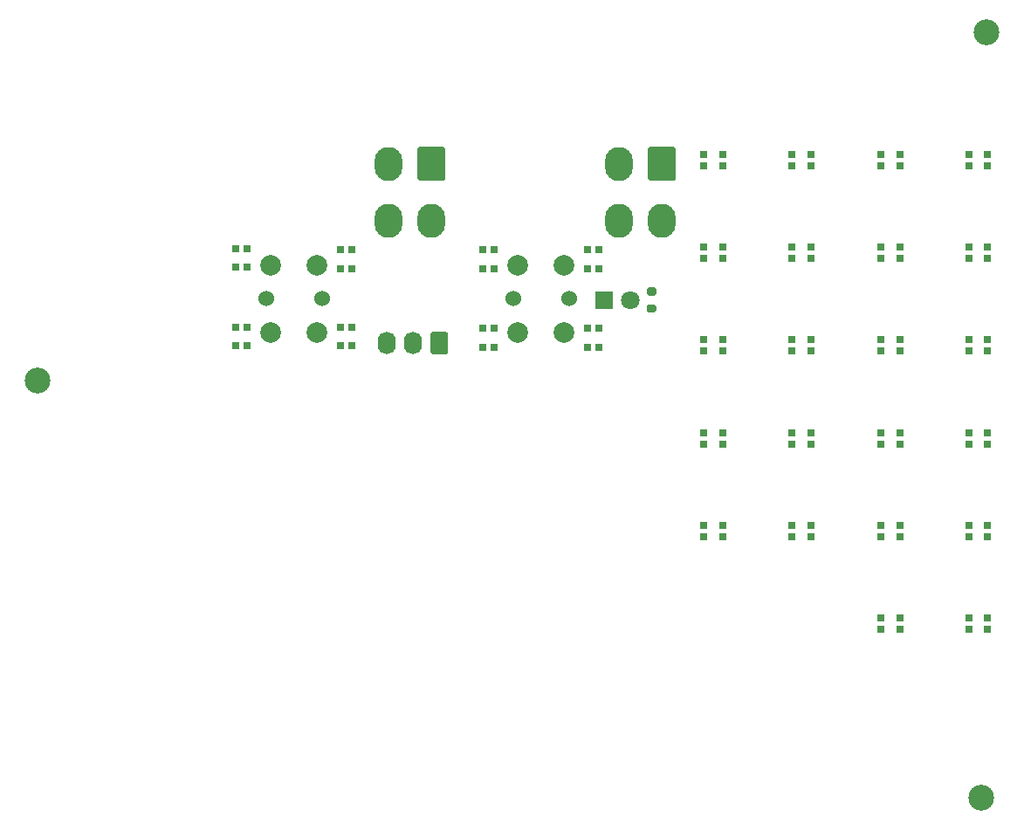
<source format=gbr>
%TF.GenerationSoftware,KiCad,Pcbnew,(5.1.9)-1*%
%TF.CreationDate,2021-09-11T23:24:30-06:00*%
%TF.ProjectId,ewi_v3_left,6577695f-7633-45f6-9c65-66742e6b6963,rev?*%
%TF.SameCoordinates,Original*%
%TF.FileFunction,Soldermask,Top*%
%TF.FilePolarity,Negative*%
%FSLAX46Y46*%
G04 Gerber Fmt 4.6, Leading zero omitted, Abs format (unit mm)*
G04 Created by KiCad (PCBNEW (5.1.9)-1) date 2021-09-11 23:24:30*
%MOMM*%
%LPD*%
G01*
G04 APERTURE LIST*
%ADD10R,0.700000X0.700000*%
%ADD11C,1.524000*%
%ADD12C,2.000000*%
%ADD13O,1.740000X2.190000*%
%ADD14O,2.700000X3.300000*%
%ADD15C,2.500000*%
%ADD16C,1.800000*%
%ADD17R,1.800000X1.800000*%
G04 APERTURE END LIST*
D10*
%TO.C,D31*%
X187274799Y-117718750D03*
X187274799Y-118818750D03*
X185444799Y-118818750D03*
X185444799Y-117718750D03*
%TD*%
%TO.C,D30*%
X195809199Y-117718750D03*
X195809199Y-118818750D03*
X193979199Y-118818750D03*
X193979199Y-117718750D03*
%TD*%
%TO.C,D29*%
X193979199Y-109827150D03*
X193979199Y-108727150D03*
X195809199Y-108727150D03*
X195809199Y-109827150D03*
%TD*%
%TO.C,D28*%
X185444799Y-109827150D03*
X185444799Y-108727150D03*
X187274799Y-108727150D03*
X187274799Y-109827150D03*
%TD*%
%TO.C,D27*%
X176834199Y-109827150D03*
X176834199Y-108727150D03*
X178664199Y-108727150D03*
X178664199Y-109827150D03*
%TD*%
%TO.C,D26*%
X168299799Y-109827150D03*
X168299799Y-108727150D03*
X170129799Y-108727150D03*
X170129799Y-109827150D03*
%TD*%
%TO.C,D25*%
X170129799Y-99735550D03*
X170129799Y-100835550D03*
X168299799Y-100835550D03*
X168299799Y-99735550D03*
%TD*%
%TO.C,D24*%
X178664199Y-99735550D03*
X178664199Y-100835550D03*
X176834199Y-100835550D03*
X176834199Y-99735550D03*
%TD*%
%TO.C,D23*%
X187274799Y-99735550D03*
X187274799Y-100835550D03*
X185444799Y-100835550D03*
X185444799Y-99735550D03*
%TD*%
%TO.C,D22*%
X195809199Y-99735550D03*
X195809199Y-100835550D03*
X193979199Y-100835550D03*
X193979199Y-99735550D03*
%TD*%
%TO.C,D21*%
X193979199Y-91843950D03*
X193979199Y-90743950D03*
X195809199Y-90743950D03*
X195809199Y-91843950D03*
%TD*%
%TO.C,D20*%
X185444799Y-91843950D03*
X185444799Y-90743950D03*
X187274799Y-90743950D03*
X187274799Y-91843950D03*
%TD*%
%TO.C,D19*%
X176834199Y-91843950D03*
X176834199Y-90743950D03*
X178664199Y-90743950D03*
X178664199Y-91843950D03*
%TD*%
%TO.C,D18*%
X168299799Y-91843950D03*
X168299799Y-90743950D03*
X170129799Y-90743950D03*
X170129799Y-91843950D03*
%TD*%
%TO.C,D17*%
X170129799Y-81752351D03*
X170129799Y-82852351D03*
X168299799Y-82852351D03*
X168299799Y-81752351D03*
%TD*%
%TO.C,D16*%
X178664199Y-81752351D03*
X178664199Y-82852351D03*
X176834199Y-82852351D03*
X176834199Y-81752351D03*
%TD*%
%TO.C,D15*%
X187274799Y-81752351D03*
X187274799Y-82852351D03*
X185444799Y-82852351D03*
X185444799Y-81752351D03*
%TD*%
%TO.C,D14*%
X195809199Y-81752351D03*
X195809199Y-82852351D03*
X193979199Y-82852351D03*
X193979199Y-81752351D03*
%TD*%
%TO.C,D13*%
X193979199Y-73860751D03*
X193979199Y-72760751D03*
X195809199Y-72760751D03*
X195809199Y-73860751D03*
%TD*%
%TO.C,D12*%
X185444799Y-73860751D03*
X185444799Y-72760751D03*
X187274799Y-72760751D03*
X187274799Y-73860751D03*
%TD*%
%TO.C,D11*%
X176834199Y-73860750D03*
X176834199Y-72760750D03*
X178664199Y-72760750D03*
X178664199Y-73860750D03*
%TD*%
%TO.C,D10*%
X168299799Y-73860750D03*
X168299799Y-72760750D03*
X170129799Y-72760750D03*
X170129799Y-73860750D03*
%TD*%
%TO.C,D9*%
X158133249Y-83843149D03*
X157033249Y-83843149D03*
X157033249Y-82013149D03*
X158133249Y-82013149D03*
%TD*%
%TO.C,D8*%
X158133249Y-91463149D03*
X157033249Y-91463149D03*
X157033249Y-89633149D03*
X158133249Y-89633149D03*
%TD*%
%TO.C,D7*%
X146873249Y-89633149D03*
X147973249Y-89633149D03*
X147973249Y-91463149D03*
X146873249Y-91463149D03*
%TD*%
%TO.C,D6*%
X146873249Y-82013149D03*
X147973249Y-82013149D03*
X147973249Y-83843149D03*
X146873249Y-83843149D03*
%TD*%
%TO.C,D5*%
X134173249Y-83843149D03*
X133073249Y-83843149D03*
X133073249Y-82013149D03*
X134173249Y-82013149D03*
%TD*%
%TO.C,D4*%
X134173249Y-91333093D03*
X133073249Y-91333093D03*
X133073249Y-89503093D03*
X134173249Y-89503093D03*
%TD*%
%TO.C,D3*%
X122913249Y-89503093D03*
X124013249Y-89503093D03*
X124013249Y-91333093D03*
X122913249Y-91333093D03*
%TD*%
%TO.C,D2*%
X122913249Y-81883093D03*
X124013249Y-81883093D03*
X124013249Y-83713093D03*
X122913249Y-83713093D03*
%TD*%
D11*
%TO.C,SW2*%
X155203249Y-86738149D03*
X149803249Y-86738149D03*
D12*
X150253249Y-83488149D03*
X154753249Y-83488149D03*
X150253249Y-89988149D03*
X154753249Y-89988149D03*
%TD*%
D11*
%TO.C,SW1*%
X131243249Y-86738149D03*
X125843249Y-86738149D03*
D12*
X126293249Y-83488149D03*
X130793249Y-83488149D03*
X126293249Y-89988149D03*
X130793249Y-89988149D03*
%TD*%
%TO.C,R1*%
G36*
G01*
X162919999Y-87283097D02*
X163469999Y-87283097D01*
G75*
G02*
X163669999Y-87483097I0J-200000D01*
G01*
X163669999Y-87883097D01*
G75*
G02*
X163469999Y-88083097I-200000J0D01*
G01*
X162919999Y-88083097D01*
G75*
G02*
X162719999Y-87883097I0J200000D01*
G01*
X162719999Y-87483097D01*
G75*
G02*
X162919999Y-87283097I200000J0D01*
G01*
G37*
G36*
G01*
X162919999Y-85633097D02*
X163469999Y-85633097D01*
G75*
G02*
X163669999Y-85833097I0J-200000D01*
G01*
X163669999Y-86233097D01*
G75*
G02*
X163469999Y-86433097I-200000J0D01*
G01*
X162919999Y-86433097D01*
G75*
G02*
X162719999Y-86233097I0J200000D01*
G01*
X162719999Y-85833097D01*
G75*
G02*
X162919999Y-85633097I200000J0D01*
G01*
G37*
%TD*%
D13*
%TO.C,J3*%
X137540999Y-91049097D03*
X140080999Y-91049097D03*
G36*
G01*
X143490999Y-90204096D02*
X143490999Y-91894098D01*
G75*
G02*
X143241000Y-92144097I-249999J0D01*
G01*
X142000998Y-92144097D01*
G75*
G02*
X141750999Y-91894098I0J249999D01*
G01*
X141750999Y-90204096D01*
G75*
G02*
X142000998Y-89954097I249999J0D01*
G01*
X143241000Y-89954097D01*
G75*
G02*
X143490999Y-90204096I0J-249999D01*
G01*
G37*
%TD*%
D14*
%TO.C,J2*%
X160010999Y-79150097D03*
X164210999Y-79150097D03*
X160010999Y-73650097D03*
G36*
G01*
X165560999Y-72250098D02*
X165560999Y-75050096D01*
G75*
G02*
X165310998Y-75300097I-250001J0D01*
G01*
X163111000Y-75300097D01*
G75*
G02*
X162860999Y-75050096I0J250001D01*
G01*
X162860999Y-72250098D01*
G75*
G02*
X163111000Y-72000097I250001J0D01*
G01*
X165310998Y-72000097D01*
G75*
G02*
X165560999Y-72250098I0J-250001D01*
G01*
G37*
%TD*%
%TO.C,J1*%
X137658999Y-79150097D03*
X141858999Y-79150097D03*
X137658999Y-73650097D03*
G36*
G01*
X143208999Y-72250098D02*
X143208999Y-75050096D01*
G75*
G02*
X142958998Y-75300097I-250001J0D01*
G01*
X140759000Y-75300097D01*
G75*
G02*
X140508999Y-75050096I0J250001D01*
G01*
X140508999Y-72250098D01*
G75*
G02*
X140759000Y-72000097I250001J0D01*
G01*
X142958998Y-72000097D01*
G75*
G02*
X143208999Y-72250098I0J-250001D01*
G01*
G37*
%TD*%
D15*
%TO.C,H3*%
X195198999Y-135118097D03*
%TD*%
%TO.C,H2*%
X195706999Y-60928251D03*
%TD*%
%TO.C,H1*%
X103632000Y-94699611D03*
%TD*%
D16*
%TO.C,D1*%
X161162999Y-86858097D03*
D17*
X158622999Y-86858097D03*
%TD*%
M02*

</source>
